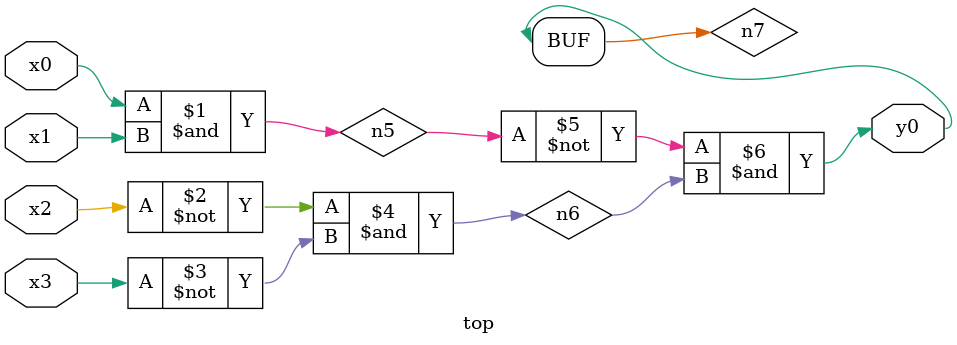
<source format=v>
module top( x0 , x1 , x2 , x3 , y0 );
  input x0 , x1 , x2 , x3 ;
  output y0 ;
  wire n5 , n6 , n7 ;
  assign n5 = x0 & x1 ;
  assign n6 = ~x2 & ~x3 ;
  assign n7 = ~n5 & n6 ;
  assign y0 = n7 ;
endmodule

</source>
